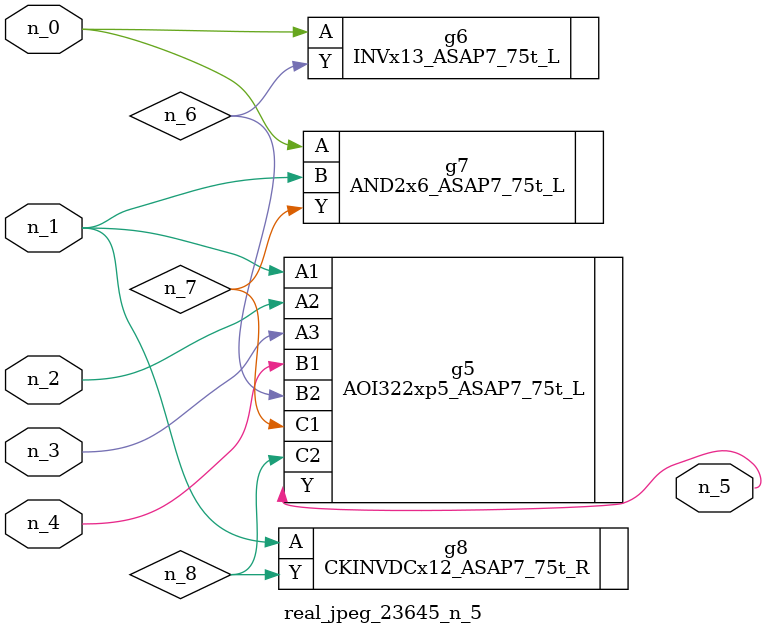
<source format=v>
module real_jpeg_23645_n_5 (n_4, n_0, n_1, n_2, n_3, n_5);

input n_4;
input n_0;
input n_1;
input n_2;
input n_3;

output n_5;

wire n_8;
wire n_6;
wire n_7;

INVx13_ASAP7_75t_L g6 ( 
.A(n_0),
.Y(n_6)
);

AND2x6_ASAP7_75t_L g7 ( 
.A(n_0),
.B(n_1),
.Y(n_7)
);

AOI322xp5_ASAP7_75t_L g5 ( 
.A1(n_1),
.A2(n_2),
.A3(n_3),
.B1(n_4),
.B2(n_6),
.C1(n_7),
.C2(n_8),
.Y(n_5)
);

CKINVDCx12_ASAP7_75t_R g8 ( 
.A(n_1),
.Y(n_8)
);


endmodule
</source>
